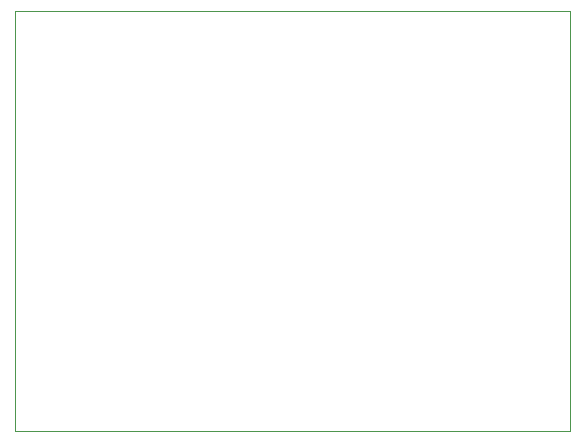
<source format=gbr>
%TF.GenerationSoftware,KiCad,Pcbnew,(6.0.6)*%
%TF.CreationDate,2022-12-02T11:51:27+05:30*%
%TF.ProjectId,exp3,65787033-2e6b-4696-9361-645f70636258,rev?*%
%TF.SameCoordinates,Original*%
%TF.FileFunction,Profile,NP*%
%FSLAX46Y46*%
G04 Gerber Fmt 4.6, Leading zero omitted, Abs format (unit mm)*
G04 Created by KiCad (PCBNEW (6.0.6)) date 2022-12-02 11:51:27*
%MOMM*%
%LPD*%
G01*
G04 APERTURE LIST*
%TA.AperFunction,Profile*%
%ADD10C,0.100000*%
%TD*%
G04 APERTURE END LIST*
D10*
X109220000Y-77470000D02*
X156210000Y-77470000D01*
X109220000Y-113030000D02*
X109220000Y-77470000D01*
X156210000Y-113030000D02*
X109220000Y-113030000D01*
X156210000Y-77470000D02*
X156210000Y-113030000D01*
M02*

</source>
